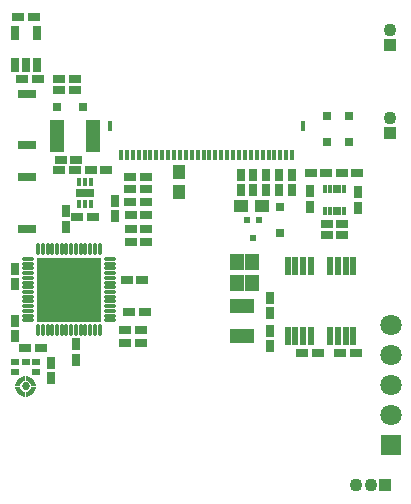
<source format=gbr>
G04 DipTrace 3.1.0.0*
G04 TopMask.gbr*
%MOIN*%
G04 #@! TF.FileFunction,Soldermask,Top*
G04 #@! TF.Part,Single*
%AMOUTLINE3*
4,1,16,
0.005937,0.01302,
0.005395,0.015395,
0.003733,0.017476,
0.001334,0.018634,
-0.001334,0.018634,
-0.003733,0.017476,
-0.005395,0.015395,
-0.005937,0.01302,
-0.005937,-0.01302,
-0.005395,-0.015395,
-0.003733,-0.017476,
-0.001334,-0.018634,
0.001334,-0.018634,
0.003733,-0.017476,
0.005395,-0.015395,
0.005937,-0.01302,
0.005937,0.01302,
0*%
%AMOUTLINE5*
4,1,16,
0.01302,-0.005937,
0.015395,-0.005395,
0.017476,-0.003733,
0.018634,-0.001334,
0.018634,0.001334,
0.017476,0.003733,
0.015395,0.005395,
0.01302,0.005937,
-0.01302,0.005937,
-0.015395,0.005395,
-0.017476,0.003733,
-0.018634,0.001334,
-0.018634,-0.001334,
-0.017476,-0.003733,
-0.015395,-0.005395,
-0.01302,-0.005937,
0.01302,-0.005937,
0*%
%AMOUTLINE7*5,1,4,0,0,0.306316,-135.0*%
%AMOUTLINE10*
4,1,12,
0.016368,-0.015898,
0.000697,-0.015898,
-0.001123,-0.011216,
-0.003516,-0.007011,
-0.006874,-0.003652,
-0.011079,-0.00126,
-0.015761,0.000561,
-0.015761,0.01659,
-0.004901,0.013312,
0.002756,0.008892,
0.009028,0.002619,
0.013465,-0.005065,
0.016368,-0.015898,
0*%
%AMOUTLINE12*
4,1,12,
0.015898,0.016368,
0.015898,0.000697,
0.011216,-0.001123,
0.007011,-0.003516,
0.003652,-0.006874,
0.00126,-0.011079,
-0.000561,-0.015761,
-0.01659,-0.015761,
-0.013312,-0.004901,
-0.008892,0.002756,
-0.002619,0.009028,
0.005065,0.013465,
0.015898,0.016368,
0*%
%AMOUTLINE14*
4,1,12,
-0.016368,0.015898,
-0.000697,0.015898,
0.001123,0.011216,
0.003516,0.007011,
0.006874,0.003652,
0.011079,0.00126,
0.015761,-0.000561,
0.015761,-0.01659,
0.004901,-0.013312,
-0.002756,-0.008892,
-0.009028,-0.002619,
-0.013465,0.005065,
-0.016368,0.015898,
0*%
%AMOUTLINE16*
4,1,12,
-0.015898,-0.016368,
-0.015898,-0.000697,
-0.011216,0.001123,
-0.007011,0.003516,
-0.003652,0.006874,
-0.00126,0.011079,
0.000561,0.015761,
0.01659,0.015761,
0.013312,0.004901,
0.008892,-0.002756,
0.002619,-0.009028,
-0.005065,-0.013465,
-0.015898,-0.016368,
0*%
%AMOUTLINE18*
4,1,4,
0.021685,0.025622,
0.021685,-0.025622,
-0.021685,-0.025622,
-0.021685,0.025622,
0.021685,0.025622,
0*%
%ADD58C,0.027008*%
%ADD63R,0.078803X0.047307*%
%ADD64R,0.027622X0.047307*%
%ADD65R,0.012858X0.027622*%
%ADD66R,0.027622X0.024551*%
%ADD67R,0.021717X0.061087*%
%ADD68R,0.059906X0.028016*%
%ADD69R,0.013843X0.030575*%
%ADD72R,0.047307X0.04337*%
%ADD73R,0.04337X0.047307*%
%ADD74R,0.024079X0.019748*%
%ADD75R,0.049276X0.110299*%
%ADD76C,0.070929*%
%ADD77R,0.070929X0.070929*%
%ADD78R,0.015811X0.035496*%
%ADD79C,0.04337*%
%ADD80R,0.04337X0.04337*%
%ADD81R,0.063055X0.031559*%
%ADD82R,0.027622X0.027622*%
%ADD83R,0.031559X0.039433*%
%ADD84R,0.039433X0.031559*%
%ADD91OUTLINE3*%
%ADD93OUTLINE5*%
%ADD95OUTLINE7*%
%ADD98OUTLINE10*%
%ADD100OUTLINE12*%
%ADD102OUTLINE14*%
%ADD104OUTLINE16*%
%ADD106OUTLINE18*%
%FSLAX26Y26*%
G04*
G70*
G90*
G75*
G01*
G04 TopMask*
%LPD*%
D84*
X283404Y1141995D3*
X334585D3*
X238404Y986995D3*
X289585D3*
X229585Y1141995D3*
X178404D3*
X1070669Y925890D3*
X1121850D3*
D83*
X1175000Y1018409D3*
Y1069591D3*
D84*
X1119882Y1132583D3*
X1171063D3*
X1070669Y965260D3*
X1121850D3*
D83*
X149000Y500588D3*
Y449407D3*
D84*
X411241Y671241D3*
X462423D3*
D83*
X235000Y562591D3*
Y511409D3*
D84*
X398294Y566509D3*
X449475D3*
X398294Y609396D3*
X449475D3*
X115591Y550000D3*
X64409D3*
X402409Y776000D3*
X453591D3*
D83*
X200000Y954409D3*
Y1005591D3*
X29000Y813591D3*
Y762409D3*
X879173Y556312D3*
Y607493D3*
D84*
X987819Y534000D3*
X1039000D3*
X1115000Y531995D3*
X1166181D3*
D83*
X879173Y717598D3*
Y666417D3*
X29000Y640591D3*
Y589409D3*
D84*
X41409Y1654000D3*
X92591D3*
X229591Y1411000D3*
X178409D3*
D83*
X867559Y1126886D3*
Y1075705D3*
X910118Y1126886D3*
Y1075705D3*
X952677Y1126886D3*
Y1075705D3*
D84*
X415165Y1121000D3*
X466346D3*
X415165Y1079000D3*
X466346D3*
Y1037000D3*
X415165D3*
X466756Y995000D3*
X415575D3*
D82*
X256307Y1355000D3*
X169693D3*
X1069000Y1323307D3*
Y1236693D3*
X1143000Y1237693D3*
Y1324307D3*
X913000Y1021000D3*
Y934386D3*
D81*
X69008Y1225386D3*
Y1398614D3*
D80*
X1265213Y92000D3*
D79*
X1216000D3*
X1166787D3*
D80*
X1281000Y1560394D3*
D79*
Y1609606D3*
D81*
X69919Y947184D3*
Y1120412D3*
D78*
X954436Y1193005D3*
X934751D3*
X915066D3*
X895381D3*
X875696D3*
X856010D3*
X836325D3*
X816640D3*
X796955D3*
X777270D3*
X757585D3*
X737900D3*
X718215D3*
X698530D3*
X678845D3*
X659160D3*
X639475D3*
X619790D3*
X600105D3*
X580420D3*
X560735D3*
X541050D3*
X521365D3*
X501680D3*
X481995D3*
X462310D3*
X442625D3*
X422940D3*
X403255D3*
X383570D3*
X991837Y1291430D3*
X346168D3*
D80*
X1281000Y1268000D3*
D79*
Y1317213D3*
D77*
X1283007Y225997D3*
D76*
Y325997D3*
Y425997D3*
Y525997D3*
Y625997D3*
D75*
X290055Y1258000D3*
X171945D3*
D74*
X842685Y978496D3*
X803315D3*
X823000Y915504D3*
D83*
X365000Y1041591D3*
Y990409D3*
X1013472Y1021362D3*
Y1072543D3*
D84*
X1068063Y1132953D3*
X1016882D3*
X415756Y905000D3*
X466937D3*
X466756Y947000D3*
X415575D3*
X233585Y1177585D3*
X182404D3*
X178409Y1448000D3*
X229591D3*
X55409D3*
X106591D3*
D83*
X825000Y1075409D3*
Y1126591D3*
D73*
X576000Y1136465D3*
Y1069535D3*
D83*
X783000Y1126591D3*
Y1075409D3*
D72*
X785535Y1024000D3*
X852465D3*
D69*
X283685Y1102932D3*
X264000Y1102945D3*
X244315D3*
Y1031055D3*
X264000D3*
X283685D3*
D68*
X264000Y1067000D3*
D91*
X107638Y609173D3*
X123386D3*
X139134D3*
X154882D3*
X170630D3*
X186378D3*
X202126D3*
X217874D3*
X233622D3*
X249370D3*
X265118D3*
X280866D3*
X296614D3*
X312362D3*
D93*
X345827Y642638D3*
Y658386D3*
Y674134D3*
Y689882D3*
Y705630D3*
Y721378D3*
Y737126D3*
Y752874D3*
Y768622D3*
Y784370D3*
Y800118D3*
Y815866D3*
Y831614D3*
Y847362D3*
D91*
X312362Y880827D3*
X296614D3*
X280866D3*
X265118D3*
X249370D3*
X233622D3*
X217874D3*
X202126D3*
X186378D3*
X170630D3*
X154882D3*
X139134D3*
X123386D3*
X107638D3*
D93*
X74173Y847362D3*
Y831614D3*
Y815866D3*
Y800118D3*
Y784370D3*
Y768622D3*
Y752874D3*
Y737126D3*
Y721378D3*
Y705630D3*
Y689882D3*
Y674134D3*
Y658386D3*
Y642638D3*
D95*
X210000Y745000D3*
D67*
X1016391Y822139D3*
X990801D3*
X965210D3*
X939619D3*
Y589856D3*
X965210D3*
X990801D3*
X1016391D3*
D66*
X30307Y503693D3*
Y471331D3*
D98*
X83745Y440031D3*
D66*
X101186Y471331D3*
Y503693D3*
X65753D3*
D100*
X47761Y440031D3*
D102*
Y404047D3*
D104*
X83745D3*
D58*
X65753Y422039D3*
D65*
X1080513Y1008564D3*
X1096262D3*
X1112010D3*
X1127757D3*
Y1079430D3*
X1112010D3*
X1096262D3*
X1080513D3*
X1064766D3*
Y1008564D3*
D64*
X29598Y1494850D3*
X67000D3*
X104402D3*
Y1601150D3*
X29598D3*
D67*
X1158005Y821995D3*
X1132415D3*
X1106824D3*
X1081234D3*
Y589711D3*
X1106824D3*
X1132415D3*
X1158005D3*
D106*
X769409Y768535D3*
Y835465D3*
X820591D3*
Y768535D3*
D63*
X787906Y591745D3*
Y690171D3*
M02*

</source>
